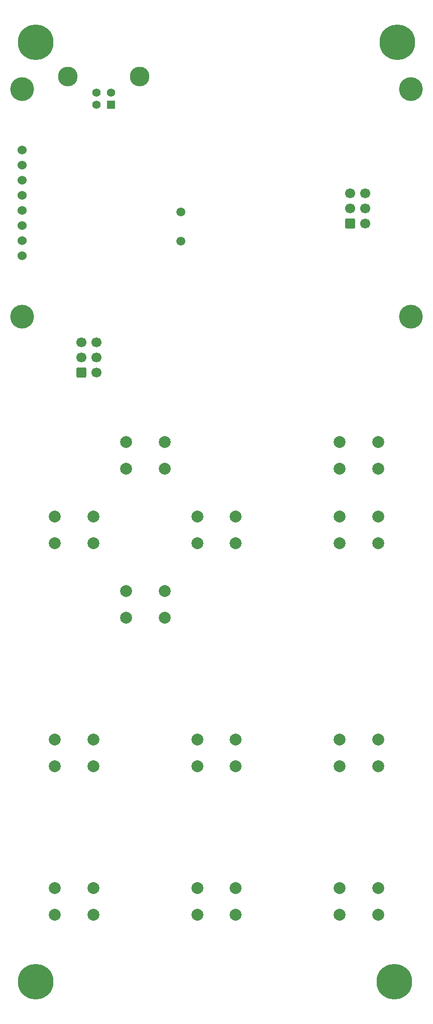
<source format=gbr>
%TF.GenerationSoftware,KiCad,Pcbnew,(6.0.8)*%
%TF.CreationDate,2022-11-03T00:25:58+01:00*%
%TF.ProjectId,crane,6372616e-652e-46b6-9963-61645f706362,rev?*%
%TF.SameCoordinates,Original*%
%TF.FileFunction,Soldermask,Top*%
%TF.FilePolarity,Negative*%
%FSLAX46Y46*%
G04 Gerber Fmt 4.6, Leading zero omitted, Abs format (unit mm)*
G04 Created by KiCad (PCBNEW (6.0.8)) date 2022-11-03 00:25:58*
%MOMM*%
%LPD*%
G01*
G04 APERTURE LIST*
G04 Aperture macros list*
%AMRoundRect*
0 Rectangle with rounded corners*
0 $1 Rounding radius*
0 $2 $3 $4 $5 $6 $7 $8 $9 X,Y pos of 4 corners*
0 Add a 4 corners polygon primitive as box body*
4,1,4,$2,$3,$4,$5,$6,$7,$8,$9,$2,$3,0*
0 Add four circle primitives for the rounded corners*
1,1,$1+$1,$2,$3*
1,1,$1+$1,$4,$5*
1,1,$1+$1,$6,$7*
1,1,$1+$1,$8,$9*
0 Add four rect primitives between the rounded corners*
20,1,$1+$1,$2,$3,$4,$5,0*
20,1,$1+$1,$4,$5,$6,$7,0*
20,1,$1+$1,$6,$7,$8,$9,0*
20,1,$1+$1,$8,$9,$2,$3,0*%
G04 Aperture macros list end*
%ADD10R,1.408000X1.408000*%
%ADD11C,1.408000*%
%ADD12C,3.316000*%
%ADD13C,1.524000*%
%ADD14C,4.000000*%
%ADD15C,2.000000*%
%ADD16C,6.000000*%
%ADD17RoundRect,0.250000X-0.600000X-0.600000X0.600000X-0.600000X0.600000X0.600000X-0.600000X0.600000X0*%
%ADD18C,1.700000*%
%ADD19C,1.500000*%
G04 APERTURE END LIST*
D10*
%TO.C,J1*%
X132250000Y-102500000D03*
D11*
X129750000Y-102500000D03*
X129750000Y-100500000D03*
X132250000Y-100500000D03*
D12*
X124980000Y-97800000D03*
X137020000Y-97800000D03*
%TD*%
D13*
%TO.C,U1*%
X117250000Y-127890000D03*
X117250000Y-125350000D03*
X117250000Y-122810000D03*
X117250000Y-120270000D03*
X117250000Y-117730000D03*
X117250000Y-115190000D03*
X117250000Y-112650000D03*
X117250000Y-110110000D03*
D14*
X182750000Y-138150000D03*
X117250000Y-99850000D03*
X182750000Y-99850000D03*
X117250000Y-138150000D03*
%TD*%
D15*
%TO.C,SW11*%
X146750000Y-234250000D03*
X153250000Y-234250000D03*
X153250000Y-238750000D03*
X146750000Y-238750000D03*
%TD*%
%TO.C,SW5*%
X146750000Y-171750000D03*
X153250000Y-171750000D03*
X146750000Y-176250000D03*
X153250000Y-176250000D03*
%TD*%
%TO.C,SW8*%
X146750000Y-209250000D03*
X153250000Y-209250000D03*
X146750000Y-213750000D03*
X153250000Y-213750000D03*
%TD*%
D16*
%TO.C,H2*%
X180000000Y-250000000D03*
%TD*%
D15*
%TO.C,SW10*%
X122750000Y-234250000D03*
X129250000Y-234250000D03*
X122750000Y-238750000D03*
X129250000Y-238750000D03*
%TD*%
D16*
%TO.C,H3*%
X119500000Y-250000000D03*
%TD*%
D15*
%TO.C,SW12*%
X170750000Y-234250000D03*
X177250000Y-234250000D03*
X177250000Y-238750000D03*
X170750000Y-238750000D03*
%TD*%
%TO.C,SW1*%
X177250000Y-159250000D03*
X170750000Y-159250000D03*
X170750000Y-163750000D03*
X177250000Y-163750000D03*
%TD*%
D16*
%TO.C,H4*%
X180500000Y-92000000D03*
%TD*%
D15*
%TO.C,SW3*%
X134750000Y-159250000D03*
X141250000Y-159250000D03*
X134750000Y-163750000D03*
X141250000Y-163750000D03*
%TD*%
%TO.C,SW9*%
X170750000Y-209250000D03*
X177250000Y-209250000D03*
X170750000Y-213750000D03*
X177250000Y-213750000D03*
%TD*%
%TO.C,SW2*%
X122750000Y-171750000D03*
X129250000Y-171750000D03*
X122750000Y-176250000D03*
X129250000Y-176250000D03*
%TD*%
%TO.C,SW7*%
X122750000Y-209250000D03*
X129250000Y-209250000D03*
X122750000Y-213750000D03*
X129250000Y-213750000D03*
%TD*%
D16*
%TO.C,H1*%
X119500000Y-92000000D03*
%TD*%
D15*
%TO.C,SW4*%
X134750000Y-184250000D03*
X141250000Y-184250000D03*
X134750000Y-188750000D03*
X141250000Y-188750000D03*
%TD*%
%TO.C,SW6*%
X177250000Y-171750000D03*
X170750000Y-171750000D03*
X177250000Y-176250000D03*
X170750000Y-176250000D03*
%TD*%
D17*
%TO.C,J8*%
X127247500Y-147545000D03*
D18*
X129787500Y-147545000D03*
X127247500Y-145005000D03*
X129787500Y-145005000D03*
X127247500Y-142465000D03*
X129787500Y-142465000D03*
%TD*%
D19*
%TO.C,Y2*%
X143950000Y-120550000D03*
X143950000Y-125430000D03*
%TD*%
D17*
%TO.C,J10*%
X172500000Y-122500000D03*
D18*
X175040000Y-122500000D03*
X172500000Y-119960000D03*
X175040000Y-119960000D03*
X172500000Y-117420000D03*
X175040000Y-117420000D03*
%TD*%
M02*

</source>
